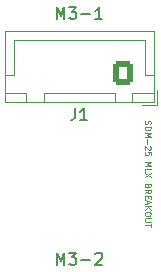
<source format=gto>
G04 #@! TF.GenerationSoftware,KiCad,Pcbnew,8.0.2*
G04 #@! TF.CreationDate,2025-01-25T00:55:05-07:00*
G04 #@! TF.ProjectId,sdm25mlxboard,73646d32-356d-46c7-9862-6f6172642e6b,1*
G04 #@! TF.SameCoordinates,Original*
G04 #@! TF.FileFunction,Legend,Top*
G04 #@! TF.FilePolarity,Positive*
%FSLAX46Y46*%
G04 Gerber Fmt 4.6, Leading zero omitted, Abs format (unit mm)*
G04 Created by KiCad (PCBNEW 8.0.2) date 2025-01-25 00:55:05*
%MOMM*%
%LPD*%
G01*
G04 APERTURE LIST*
G04 Aperture macros list*
%AMRoundRect*
0 Rectangle with rounded corners*
0 $1 Rounding radius*
0 $2 $3 $4 $5 $6 $7 $8 $9 X,Y pos of 4 corners*
0 Add a 4 corners polygon primitive as box body*
4,1,4,$2,$3,$4,$5,$6,$7,$8,$9,$2,$3,0*
0 Add four circle primitives for the rounded corners*
1,1,$1+$1,$2,$3*
1,1,$1+$1,$4,$5*
1,1,$1+$1,$6,$7*
1,1,$1+$1,$8,$9*
0 Add four rect primitives between the rounded corners*
20,1,$1+$1,$2,$3,$4,$5,0*
20,1,$1+$1,$4,$5,$6,$7,0*
20,1,$1+$1,$6,$7,$8,$9,0*
20,1,$1+$1,$8,$9,$2,$3,0*%
G04 Aperture macros list end*
%ADD10C,0.125000*%
%ADD11C,0.150000*%
%ADD12C,0.120000*%
%ADD13C,3.200000*%
%ADD14RoundRect,0.250000X0.600000X0.725000X-0.600000X0.725000X-0.600000X-0.725000X0.600000X-0.725000X0*%
%ADD15O,1.700000X1.950000*%
%ADD16O,1.600000X1.200000*%
%ADD17O,1.200000X1.200000*%
G04 APERTURE END LIST*
D10*
X166091500Y-99577474D02*
X166067690Y-99648902D01*
X166067690Y-99648902D02*
X166067690Y-99767950D01*
X166067690Y-99767950D02*
X166091500Y-99815569D01*
X166091500Y-99815569D02*
X166115309Y-99839378D01*
X166115309Y-99839378D02*
X166162928Y-99863188D01*
X166162928Y-99863188D02*
X166210547Y-99863188D01*
X166210547Y-99863188D02*
X166258166Y-99839378D01*
X166258166Y-99839378D02*
X166281976Y-99815569D01*
X166281976Y-99815569D02*
X166305785Y-99767950D01*
X166305785Y-99767950D02*
X166329595Y-99672712D01*
X166329595Y-99672712D02*
X166353404Y-99625093D01*
X166353404Y-99625093D02*
X166377214Y-99601283D01*
X166377214Y-99601283D02*
X166424833Y-99577474D01*
X166424833Y-99577474D02*
X166472452Y-99577474D01*
X166472452Y-99577474D02*
X166520071Y-99601283D01*
X166520071Y-99601283D02*
X166543880Y-99625093D01*
X166543880Y-99625093D02*
X166567690Y-99672712D01*
X166567690Y-99672712D02*
X166567690Y-99791759D01*
X166567690Y-99791759D02*
X166543880Y-99863188D01*
X166067690Y-100077473D02*
X166567690Y-100077473D01*
X166567690Y-100077473D02*
X166567690Y-100196521D01*
X166567690Y-100196521D02*
X166543880Y-100267949D01*
X166543880Y-100267949D02*
X166496261Y-100315568D01*
X166496261Y-100315568D02*
X166448642Y-100339378D01*
X166448642Y-100339378D02*
X166353404Y-100363187D01*
X166353404Y-100363187D02*
X166281976Y-100363187D01*
X166281976Y-100363187D02*
X166186738Y-100339378D01*
X166186738Y-100339378D02*
X166139119Y-100315568D01*
X166139119Y-100315568D02*
X166091500Y-100267949D01*
X166091500Y-100267949D02*
X166067690Y-100196521D01*
X166067690Y-100196521D02*
X166067690Y-100077473D01*
X166067690Y-100577473D02*
X166567690Y-100577473D01*
X166567690Y-100577473D02*
X166210547Y-100744140D01*
X166210547Y-100744140D02*
X166567690Y-100910806D01*
X166567690Y-100910806D02*
X166067690Y-100910806D01*
X166258166Y-101148902D02*
X166258166Y-101529855D01*
X166520071Y-101744141D02*
X166543880Y-101767950D01*
X166543880Y-101767950D02*
X166567690Y-101815569D01*
X166567690Y-101815569D02*
X166567690Y-101934617D01*
X166567690Y-101934617D02*
X166543880Y-101982236D01*
X166543880Y-101982236D02*
X166520071Y-102006045D01*
X166520071Y-102006045D02*
X166472452Y-102029855D01*
X166472452Y-102029855D02*
X166424833Y-102029855D01*
X166424833Y-102029855D02*
X166353404Y-102006045D01*
X166353404Y-102006045D02*
X166067690Y-101720331D01*
X166067690Y-101720331D02*
X166067690Y-102029855D01*
X166567690Y-102482235D02*
X166567690Y-102244140D01*
X166567690Y-102244140D02*
X166329595Y-102220331D01*
X166329595Y-102220331D02*
X166353404Y-102244140D01*
X166353404Y-102244140D02*
X166377214Y-102291759D01*
X166377214Y-102291759D02*
X166377214Y-102410807D01*
X166377214Y-102410807D02*
X166353404Y-102458426D01*
X166353404Y-102458426D02*
X166329595Y-102482235D01*
X166329595Y-102482235D02*
X166281976Y-102506045D01*
X166281976Y-102506045D02*
X166162928Y-102506045D01*
X166162928Y-102506045D02*
X166115309Y-102482235D01*
X166115309Y-102482235D02*
X166091500Y-102458426D01*
X166091500Y-102458426D02*
X166067690Y-102410807D01*
X166067690Y-102410807D02*
X166067690Y-102291759D01*
X166067690Y-102291759D02*
X166091500Y-102244140D01*
X166091500Y-102244140D02*
X166115309Y-102220331D01*
X166067690Y-103101282D02*
X166567690Y-103101282D01*
X166567690Y-103101282D02*
X166210547Y-103267949D01*
X166210547Y-103267949D02*
X166567690Y-103434615D01*
X166567690Y-103434615D02*
X166067690Y-103434615D01*
X166067690Y-103910806D02*
X166067690Y-103672711D01*
X166067690Y-103672711D02*
X166567690Y-103672711D01*
X166567690Y-104029854D02*
X166067690Y-104363187D01*
X166567690Y-104363187D02*
X166067690Y-104029854D01*
X166329595Y-105101282D02*
X166305785Y-105172710D01*
X166305785Y-105172710D02*
X166281976Y-105196520D01*
X166281976Y-105196520D02*
X166234357Y-105220329D01*
X166234357Y-105220329D02*
X166162928Y-105220329D01*
X166162928Y-105220329D02*
X166115309Y-105196520D01*
X166115309Y-105196520D02*
X166091500Y-105172710D01*
X166091500Y-105172710D02*
X166067690Y-105125091D01*
X166067690Y-105125091D02*
X166067690Y-104934615D01*
X166067690Y-104934615D02*
X166567690Y-104934615D01*
X166567690Y-104934615D02*
X166567690Y-105101282D01*
X166567690Y-105101282D02*
X166543880Y-105148901D01*
X166543880Y-105148901D02*
X166520071Y-105172710D01*
X166520071Y-105172710D02*
X166472452Y-105196520D01*
X166472452Y-105196520D02*
X166424833Y-105196520D01*
X166424833Y-105196520D02*
X166377214Y-105172710D01*
X166377214Y-105172710D02*
X166353404Y-105148901D01*
X166353404Y-105148901D02*
X166329595Y-105101282D01*
X166329595Y-105101282D02*
X166329595Y-104934615D01*
X166067690Y-105720329D02*
X166305785Y-105553663D01*
X166067690Y-105434615D02*
X166567690Y-105434615D01*
X166567690Y-105434615D02*
X166567690Y-105625091D01*
X166567690Y-105625091D02*
X166543880Y-105672710D01*
X166543880Y-105672710D02*
X166520071Y-105696520D01*
X166520071Y-105696520D02*
X166472452Y-105720329D01*
X166472452Y-105720329D02*
X166401023Y-105720329D01*
X166401023Y-105720329D02*
X166353404Y-105696520D01*
X166353404Y-105696520D02*
X166329595Y-105672710D01*
X166329595Y-105672710D02*
X166305785Y-105625091D01*
X166305785Y-105625091D02*
X166305785Y-105434615D01*
X166329595Y-105934615D02*
X166329595Y-106101282D01*
X166067690Y-106172710D02*
X166067690Y-105934615D01*
X166067690Y-105934615D02*
X166567690Y-105934615D01*
X166567690Y-105934615D02*
X166567690Y-106172710D01*
X166210547Y-106363187D02*
X166210547Y-106601282D01*
X166067690Y-106315568D02*
X166567690Y-106482234D01*
X166567690Y-106482234D02*
X166067690Y-106648901D01*
X166067690Y-106815567D02*
X166567690Y-106815567D01*
X166067690Y-107101281D02*
X166353404Y-106886996D01*
X166567690Y-107101281D02*
X166281976Y-106815567D01*
X166567690Y-107410805D02*
X166567690Y-107506043D01*
X166567690Y-107506043D02*
X166543880Y-107553662D01*
X166543880Y-107553662D02*
X166496261Y-107601281D01*
X166496261Y-107601281D02*
X166401023Y-107625091D01*
X166401023Y-107625091D02*
X166234357Y-107625091D01*
X166234357Y-107625091D02*
X166139119Y-107601281D01*
X166139119Y-107601281D02*
X166091500Y-107553662D01*
X166091500Y-107553662D02*
X166067690Y-107506043D01*
X166067690Y-107506043D02*
X166067690Y-107410805D01*
X166067690Y-107410805D02*
X166091500Y-107363186D01*
X166091500Y-107363186D02*
X166139119Y-107315567D01*
X166139119Y-107315567D02*
X166234357Y-107291758D01*
X166234357Y-107291758D02*
X166401023Y-107291758D01*
X166401023Y-107291758D02*
X166496261Y-107315567D01*
X166496261Y-107315567D02*
X166543880Y-107363186D01*
X166543880Y-107363186D02*
X166567690Y-107410805D01*
X166567690Y-107839377D02*
X166162928Y-107839377D01*
X166162928Y-107839377D02*
X166115309Y-107863187D01*
X166115309Y-107863187D02*
X166091500Y-107886996D01*
X166091500Y-107886996D02*
X166067690Y-107934615D01*
X166067690Y-107934615D02*
X166067690Y-108029853D01*
X166067690Y-108029853D02*
X166091500Y-108077472D01*
X166091500Y-108077472D02*
X166115309Y-108101282D01*
X166115309Y-108101282D02*
X166162928Y-108125091D01*
X166162928Y-108125091D02*
X166567690Y-108125091D01*
X166567690Y-108291759D02*
X166567690Y-108577473D01*
X166067690Y-108434616D02*
X166567690Y-108434616D01*
D11*
X158595238Y-90954819D02*
X158595238Y-89954819D01*
X158595238Y-89954819D02*
X158928571Y-90669104D01*
X158928571Y-90669104D02*
X159261904Y-89954819D01*
X159261904Y-89954819D02*
X159261904Y-90954819D01*
X159642857Y-89954819D02*
X160261904Y-89954819D01*
X160261904Y-89954819D02*
X159928571Y-90335771D01*
X159928571Y-90335771D02*
X160071428Y-90335771D01*
X160071428Y-90335771D02*
X160166666Y-90383390D01*
X160166666Y-90383390D02*
X160214285Y-90431009D01*
X160214285Y-90431009D02*
X160261904Y-90526247D01*
X160261904Y-90526247D02*
X160261904Y-90764342D01*
X160261904Y-90764342D02*
X160214285Y-90859580D01*
X160214285Y-90859580D02*
X160166666Y-90907200D01*
X160166666Y-90907200D02*
X160071428Y-90954819D01*
X160071428Y-90954819D02*
X159785714Y-90954819D01*
X159785714Y-90954819D02*
X159690476Y-90907200D01*
X159690476Y-90907200D02*
X159642857Y-90859580D01*
X160690476Y-90573866D02*
X161452381Y-90573866D01*
X162452380Y-90954819D02*
X161880952Y-90954819D01*
X162166666Y-90954819D02*
X162166666Y-89954819D01*
X162166666Y-89954819D02*
X162071428Y-90097676D01*
X162071428Y-90097676D02*
X161976190Y-90192914D01*
X161976190Y-90192914D02*
X161880952Y-90240533D01*
X158595238Y-111754819D02*
X158595238Y-110754819D01*
X158595238Y-110754819D02*
X158928571Y-111469104D01*
X158928571Y-111469104D02*
X159261904Y-110754819D01*
X159261904Y-110754819D02*
X159261904Y-111754819D01*
X159642857Y-110754819D02*
X160261904Y-110754819D01*
X160261904Y-110754819D02*
X159928571Y-111135771D01*
X159928571Y-111135771D02*
X160071428Y-111135771D01*
X160071428Y-111135771D02*
X160166666Y-111183390D01*
X160166666Y-111183390D02*
X160214285Y-111231009D01*
X160214285Y-111231009D02*
X160261904Y-111326247D01*
X160261904Y-111326247D02*
X160261904Y-111564342D01*
X160261904Y-111564342D02*
X160214285Y-111659580D01*
X160214285Y-111659580D02*
X160166666Y-111707200D01*
X160166666Y-111707200D02*
X160071428Y-111754819D01*
X160071428Y-111754819D02*
X159785714Y-111754819D01*
X159785714Y-111754819D02*
X159690476Y-111707200D01*
X159690476Y-111707200D02*
X159642857Y-111659580D01*
X160690476Y-111373866D02*
X161452381Y-111373866D01*
X161880952Y-110850057D02*
X161928571Y-110802438D01*
X161928571Y-110802438D02*
X162023809Y-110754819D01*
X162023809Y-110754819D02*
X162261904Y-110754819D01*
X162261904Y-110754819D02*
X162357142Y-110802438D01*
X162357142Y-110802438D02*
X162404761Y-110850057D01*
X162404761Y-110850057D02*
X162452380Y-110945295D01*
X162452380Y-110945295D02*
X162452380Y-111040533D01*
X162452380Y-111040533D02*
X162404761Y-111183390D01*
X162404761Y-111183390D02*
X161833333Y-111754819D01*
X161833333Y-111754819D02*
X162452380Y-111754819D01*
X160166666Y-98504819D02*
X160166666Y-99219104D01*
X160166666Y-99219104D02*
X160119047Y-99361961D01*
X160119047Y-99361961D02*
X160023809Y-99457200D01*
X160023809Y-99457200D02*
X159880952Y-99504819D01*
X159880952Y-99504819D02*
X159785714Y-99504819D01*
X161166666Y-99504819D02*
X160595238Y-99504819D01*
X160880952Y-99504819D02*
X160880952Y-98504819D01*
X160880952Y-98504819D02*
X160785714Y-98647676D01*
X160785714Y-98647676D02*
X160690476Y-98742914D01*
X160690476Y-98742914D02*
X160595238Y-98790533D01*
D12*
X154190000Y-91990000D02*
X154190000Y-97960000D01*
X154190000Y-97960000D02*
X166810000Y-97960000D01*
X154200000Y-95700000D02*
X154950000Y-95700000D01*
X154200000Y-97200000D02*
X154200000Y-97950000D01*
X154200000Y-97950000D02*
X156000000Y-97950000D01*
X154950000Y-92750000D02*
X160500000Y-92750000D01*
X154950000Y-95700000D02*
X154950000Y-92750000D01*
X156000000Y-97200000D02*
X154200000Y-97200000D01*
X156000000Y-97950000D02*
X156000000Y-97200000D01*
X157500000Y-97200000D02*
X157500000Y-97950000D01*
X157500000Y-97950000D02*
X163500000Y-97950000D01*
X163500000Y-97200000D02*
X157500000Y-97200000D01*
X163500000Y-97950000D02*
X163500000Y-97200000D01*
X165000000Y-97200000D02*
X165000000Y-97950000D01*
X165000000Y-97950000D02*
X166800000Y-97950000D01*
X165850000Y-98250000D02*
X167100000Y-98250000D01*
X166050000Y-92750000D02*
X160500000Y-92750000D01*
X166050000Y-95700000D02*
X166050000Y-92750000D01*
X166800000Y-95700000D02*
X166050000Y-95700000D01*
X166800000Y-97200000D02*
X165000000Y-97200000D01*
X166800000Y-97950000D02*
X166800000Y-97200000D01*
X166810000Y-91990000D02*
X154190000Y-91990000D01*
X166810000Y-97960000D02*
X166810000Y-91990000D01*
X167100000Y-98250000D02*
X167100000Y-97000000D01*
%LPC*%
D13*
X160500000Y-86500000D03*
X160500000Y-115500000D03*
D14*
X164250000Y-95500000D03*
D15*
X161750000Y-95500000D03*
X159250000Y-95500000D03*
X156750000Y-95500000D03*
D16*
X163040000Y-106000000D03*
D17*
X160500000Y-108540000D03*
X157960000Y-106000000D03*
X160500000Y-103460000D03*
%LPD*%
M02*

</source>
